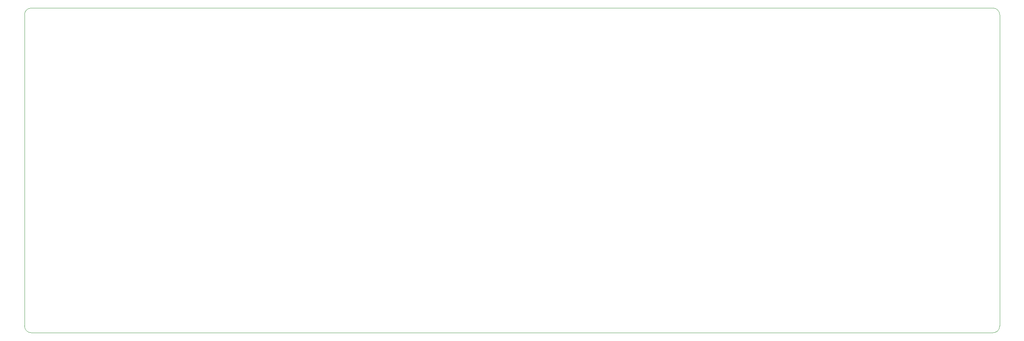
<source format=gbr>
G04 #@! TF.GenerationSoftware,KiCad,Pcbnew,(5.1.4)-1*
G04 #@! TF.CreationDate,2020-10-25T14:57:06-07:00*
G04 #@! TF.ProjectId,cheepcheep,63686565-7063-4686-9565-702e6b696361,rev?*
G04 #@! TF.SameCoordinates,Original*
G04 #@! TF.FileFunction,Profile,NP*
%FSLAX46Y46*%
G04 Gerber Fmt 4.6, Leading zero omitted, Abs format (unit mm)*
G04 Created by KiCad (PCBNEW (5.1.4)-1) date 2020-10-25 14:57:06*
%MOMM*%
%LPD*%
G04 APERTURE LIST*
%ADD10C,0.050000*%
G04 APERTURE END LIST*
D10*
X44450000Y-28575000D02*
X269875000Y-28575000D01*
X42862500Y-103187500D02*
X42862500Y-30162500D01*
X269875000Y-104775000D02*
X44450000Y-104775000D01*
X271462500Y-30162500D02*
X271462500Y-103187500D01*
X269875000Y-28575000D02*
G75*
G02X271462500Y-30162500I0J-1587500D01*
G01*
X271462500Y-103187500D02*
G75*
G02X269875000Y-104775000I-1587500J0D01*
G01*
X44450000Y-104775000D02*
G75*
G02X42862500Y-103187500I0J1587500D01*
G01*
X42862500Y-30162500D02*
G75*
G02X44450000Y-28575000I1587500J0D01*
G01*
M02*

</source>
